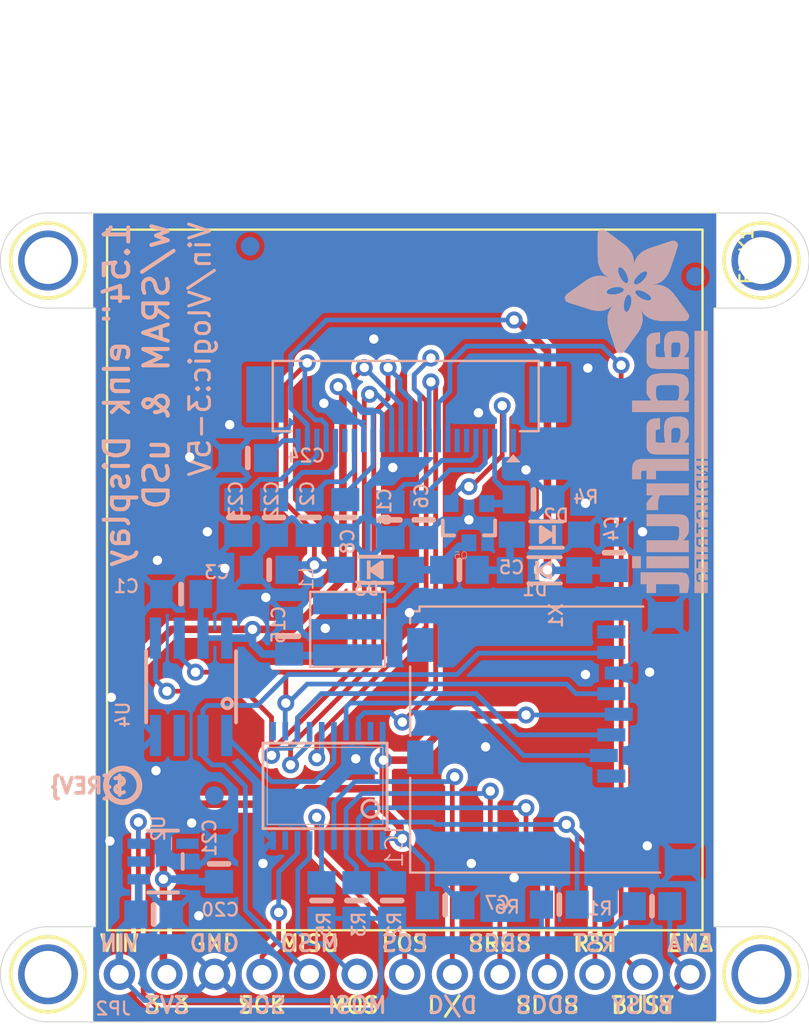
<source format=kicad_pcb>
(kicad_pcb (version 20221018) (generator pcbnew)
  (layers (0 "F.Cu" signal) (31 "B.Cu" signal) (34 "B.Paste" user) (35 "F.Paste" user) (36 "B.SilkS" user "B.Silkscreen") (37 "F.SilkS" user "F.Silkscreen") (38 "B.Mask" user) (39 "F.Mask" user) (44 "Edge.Cuts" user))
  (net 0 "")
  (net 1 "GND")
  (net 2 "3.3V")
  (net 3 "VGH")
  (net 4 "VGL")
  (net 5 "VIN")
  (net 6 "SCLK_3V")
  (net 7 "MOSI_3V")
  (net 8 "DISPCS_3V")
  (net 9 "SRAMCS_3V")
  (net 10 "RESET_3V")
  (net 11 "MISO")
  (net 12 "BUSY")
  (net 13 "RESET")
  (net 14 "SCLK")
  (net 15 "DISPCS")
  (net 16 "SRAMCS")
  (net 17 "SDCS_3V")
  (net 18 "SDCS")
  (net 19 "GDR")
  (net 20 "RESE")
  (net 21 "N$4")
  (net 22 "N$5")
  (net 23 "N$6")
  (net 24 "N$27")
  (net 25 "N$33")
  (net 26 "DC_3V")
  (net 27 "N$2")
  (net 28 "N$3")
  (net 29 "DC")
  (net 30 "MOSI")
  (net 31 "TSCL")
  (net 32 "TSDA")
  (net 33 "ENABLE")
  (net 34 "N$9")
  (footprint "working:MOUNTINGHOLE_2.5_PLATED" (layer "F.Cu") (at 167.5511 85.9536)
    (fp_text reference "U$6" hide)
    (fp_text value "MOUNTINGHOLE2.5" hide)
  )
  (footprint "working:MOUNTINGHOLE_2.5_PLATED" (layer "F.Cu") (at 129.4511 124.0536)
    (fp_text reference "U$3" hide)
    (fp_text value "MOUNTINGHOLE2.5" hide)
  )
  (footprint "working:EINK_154IN" (layer "F.Cu") (at 162.3041 92.0026 -90)
    (fp_text reference "EINK1")
    (fp_text value "EINK_EPD0231EINK_154IN_200X200")
  )
  (footprint "working:MOUNTINGHOLE_2.5_PLATED" (layer "F.Cu") (at 167.5511 124.0536)
    (fp_text reference "U$4" hide)
    (fp_text value "MOUNTINGHOLE2.5" hide)
  )
  (footprint "working:MOUNTINGHOLE_2.5_PLATED" (layer "F.Cu") (at 129.4511 85.9536)
    (fp_text reference "U$5" hide)
    (fp_text value "MOUNTINGHOLE2.5" hide)
  )
  (footprint "working:1X13_ROUND_70" (layer "B.Cu") (at 148.5011 124.0536)
    (fp_text reference "JP2")
    (fp_text value "")
  )
  (footprint "working:0805-NO" (layer "B.Cu") (at 145.3261 99.6696 -90)
    (fp_text reference "C8")
    (fp_text value "1uF")
  )
  (footprint "working:0805-NO" (layer "B.Cu") (at 141.2621 102.4636 180)
    (fp_text reference "C3")
    (fp_text value "1uF/25V")
  )
  (footprint "working:0805-NO" (layer "B.Cu") (at 135.0911 120.8616)
    (fp_text reference "C20")
    (fp_text value "10µF")
  )
  (footprint "working:TSSOP20" (layer "B.Cu") (at 144.2447 113.9952 180)
    (fp_text reference "IC1")
    (fp_text value "74LVC245PW")
  )
  (footprint "working:0805-NO" (layer "B.Cu") (at 141.5161 99.6696 90)
    (fp_text reference "C22")
    (fp_text value "1uF/25V")
  )
  (footprint "working:SOD-123" (layer "B.Cu") (at 156.0703 100.584 180)
    (fp_text reference "D2")
    (fp_text value "MBR0530")
  )
  (footprint "working:0805-NO" (layer "B.Cu") (at 161.7091 120.4176 180)
    (fp_text reference "R1")
    (fp_text value "100K")
  )
  (footprint "working:FIDUCIAL_1MM" (layer "B.Cu") (at 138.3321 114.5166 90)
    (fp_text reference "FID2" hide)
    (fp_text value "FIDUCIAL_1MM" hide)
  )
  (footprint "working:0805-NO" (layer "B.Cu") (at 139.6111 99.6696 90)
    (fp_text reference "C23")
    (fp_text value "1uF/25V")
  )
  (footprint "working:FIDUCIAL_1MM" (layer "B.Cu") (at 140.2461 85.1916 180)
    (fp_text reference "FID3" hide)
    (fp_text value "FIDUCIAL_1MM" hide)
  )
  (footprint "working:SOD-123" (layer "B.Cu") (at 146.9771 102.4636)
    (fp_text reference "D3")
    (fp_text value "MBR0530")
  )
  (footprint "working:FIDUCIAL_1MM" (layer "B.Cu") (at 164.0271 86.8106 180)
    (fp_text reference "FID1" hide)
    (fp_text value "FIDUCIAL_1MM" hide)
  )
  (footprint "working:0805-NO" (layer "B.Cu") (at 142.3249 106.0078 -90)
    (fp_text reference "C15")
    (fp_text value "10uF/10V+")
  )
  (footprint "working:0805_10MGAP" (layer "B.Cu") (at 155.3845 98.7044)
    (fp_text reference "R4")
    (fp_text value "0.47ohm")
  )
  (footprint "working:SOT23-3" (layer "B.Cu") (at 151.9301 99.9236)
    (fp_text reference "Q5")
    (fp_text value "IRLML0100")
  )
  (footprint "working:SOT23-5" (layer "B.Cu") (at 135.5931 118.0326 90)
    (fp_text reference "U2")
    (fp_text value "MIC5225-3.3")
  )
  (footprint "working:INDUCTOR_4X4MM_NR401" (layer "B.Cu") (at 145.4531 105.6386 -90)
    (fp_text reference "L1")
    (fp_text value "10uH")
  )
  (footprint "working:0805-NO" (layer "B.Cu") (at 145.9211 120.1166 -90)
    (fp_text reference "R3")
    (fp_text value "100K")
  )
  (footprint "working:0805-NO" (layer "B.Cu") (at 143.4211 99.6696 90)
    (fp_text reference "C2")
    (fp_text value "1uF/10V")
  )
  (footprint "working:PCBFEAT-REV-040" (layer "B.Cu") (at 133.4371 113.9676 180)
    (fp_text reference "U$9" hide)
    (fp_text value "" hide)
  )
  (footprint "working:0805-NO" (layer "B.Cu") (at 144.0561 120.1166 -90)
    (fp_text reference "R5")
    (fp_text value "100K")
  )
  (footprint "working:0805_10MGAP" (layer "B.Cu") (at 136.5539 103.7602 180)
    (fp_text reference "C1")
    (fp_text value "1uF")
  )
  (footprint "working:0805-NO" (layer "B.Cu") (at 156.7561 120.3306 180)
    (fp_text reference "R6")
    (fp_text value "100K")
  )
  (footprint "working:0805-NO" (layer "B.Cu") (at 149.5171 99.7966 90)
    (fp_text reference "C6")
    (fp_text value "1uF/10V")
  )
  (footprint "working:ADAFRUIT_TEXT_20MM" (layer "B.Cu") (at 164.6751 84.1286 -90)
    (fp_text reference "U$28" hide)
    (fp_text value "" hide)
  )
  (footprint "working:0805-NO" (layer "B.Cu") (at 147.8261 120.1166 -90)
    (fp_text reference "R2")
    (fp_text value "100K")
  )
  (footprint "working:0805-NO" (layer "B.Cu") (at 140.1191 96.4946)
    (fp_text reference "C24")
    (fp_text value "1uF/6V")
  )
  (footprint "working:0805-NO" (layer "B.Cu") (at 138.5851 118.1596 90)
    (fp_text reference "C21")
    (fp_text value "10µF")
  )
  (footprint "working:SOIC8_150MIL" (layer "B.Cu") (at 137.0921 108.7066 180)
    (fp_text reference "U4")
    (fp_text value "23K640-I/SN")
  )
  (footprint "working:0805-NO" (layer "B.Cu") (at 147.7391 99.7966 90)
    (fp_text reference "C16")
    (fp_text value "1uF/25V")
  )
  (footprint "working:0805-NO" (layer "B.Cu") (at 159.6771 101.5492 90)
    (fp_text reference "C4")
    (fp_text value "1uF/25V")
  )
  (footprint "working:0805-NO" (layer "B.Cu") (at 151.4221 102.4636)
    (fp_text reference "C5")
    (fp_text value "4.7uF/25V")
  )
  (footprint "working:0805-NO" (layer "B.Cu") (at 150.6601 120.3706)
    (fp_text reference "C7")
    (fp_text value "1uF")
  )
  (footprint "working:SOD-123" (layer "B.Cu") (at 155.9687 102.489)
    (fp_text reference "D1")
    (fp_text value "MBR0530")
  )
  (footprint "working:MICROSD" (layer "B.Cu") (at 148.8911 104.4732 -90)
    (fp_text reference "X1")
    (fp_text value "MICROSD")
  )
  (gr_arc (start 167.5511 83.4136) (mid 169.347151 84.157549) (end 170.0911 85.9536) (stroke (width 0.05)) (layer "Edge.Cuts"))
  (gr_arc (start 129.4511 126.5936) (mid 127.655049 125.849651) (end 126.911101 124.053599) (stroke (width 0.05)) (layer "Edge.Cuts"))
  (gr_line (start 131.9911 121.5136) (end 129.4511 121.5136) (stroke (width 0.05)) (layer "Edge.Cuts"))
  (gr_line (start 167.5511 88.4936) (end 165.0111 88.4936) (stroke (width 0.05)) (layer "Edge.Cuts"))
  (gr_arc (start 126.9111 85.9536) (mid 127.655049 84.157548) (end 129.451101 83.413599) (stroke (width 0.05)) (layer "Edge.Cuts"))
  (gr_arc (start 126.911101 124.053601) (mid 127.655049 122.257549) (end 129.4511 121.5136) (stroke (width 0.05)) (layer "Edge.Cuts"))
  (gr_line (start 129.4511 83.4136) (end 167.5511 83.4136) (stroke (width 0.05)) (layer "Edge.Cuts"))
  (gr_arc (start 170.0911 124.0536) (mid 169.347151 125.849651) (end 167.5511 126.5936) (stroke (width 0.05)) (layer "Edge.Cuts"))
  (gr_line (start 167.5511 121.5136) (end 165.0111 121.5136) (stroke (width 0.05)) (layer "Edge.Cuts"))
  (gr_line (start 131.9911 88.4936) (end 131.9911 121.5136) (stroke (width 0.05)) (layer "Edge.Cuts"))
  (gr_arc (start 170.0911 85.9536) (mid 169.347151 87.749651) (end 167.5511 88.4936) (stroke (width 0.05)) (layer "Edge.Cuts"))
  (gr_line (start 167.5511 126.5936) (end 129.4511 126.5936) (stroke (width 0.05)) (layer "Edge.Cuts"))
  (gr_arc (start 129.4511 88.4936) (mid 127.655049 87.749651) (end 126.911101 85.953599) (stroke (width 0.05)) (layer "Edge.Cuts"))
  (gr_line (start 165.0111 121.5136) (end 165.0111 88.4936) (stroke (width 0.05)) (layer "Edge.Cuts"))
  (gr_line (start 131.9911 88.4936) (end 129.4511 88.4936) (stroke (width 0.05)) (layer "Edge.Cuts"))
  (gr_arc (start 167.5511 121.5136) (mid 169.347151 122.257549) (end 170.0911 124.0536) (stroke (width 0.05)) (layer "Edge.Cuts"))
  (gr_text "SRCS" (at 153.5811 122.4026) (layer "B.SilkS") (effects (font (size 0.8636 0.8636) (thickness 0.1524)) (justify mirror)))
  (gr_text "D/C" (at 151.0411 125.7046) (layer "B.SilkS") (effects (font (size 0.8636 0.8636) (thickness 0.1524)) (justify mirror)))
  (gr_text "BUSY" (at 161.2011 125.7046) (layer "B.SilkS") (effects (font (size 0.8636 0.8636) (thickness 0.1524)) (justify mirror)))
  (gr_text "VIN" (at 133.2611 122.4026) (layer "B.SilkS") (effects (font (size 0.8636 0.8636) (thickness 0.1524)) (justify mirror)))
  (gr_text "MISO" (at 143.4211 122.4026) (layer "B.SilkS") (effects (font (size 0.8636 0.8636) (thickness 0.1524)) (justify mirror)))
  (gr_text "3V3" (at 135.8011 125.7046) (layer "B.SilkS") (effects (font (size 0.8636 0.8636) (thickness 0.1524)) (justify mirror)))
  (gr_text "1.54\" eInk Display\nw/SRAM & uSD" (at 132.3721 83.7946 -270) (layer "B.SilkS") (effects (font (size 1.31064 1.31064) (thickness 0.21336)) (justify left top mirror)))
  (gr_text "Vin/Vlogic:3-5V" (at 138.2141 83.7946 -270) (layer "B.SilkS") (effects (font (size 1.1049 1.1049) (thickness 0.1651)) (justify left bottom mirror)))
  (gr_text "GND" (at 138.3411 122.4026) (layer "B.SilkS") (effects (font (size 0.8636 0.8636) (thickness 0.1524)) (justify mirror)))
  (gr_text "RST" (at 158.6611 122.4026) (layer "B.SilkS") (effects (font (size 0.8636 0.8636) (thickness 0.1524)) (justify mirror)))
  (gr_text "MOSI" (at 145.9611 125.7046) (layer "B.SilkS") (effects (font (size 0.8636 0.8636) (thickness 0.1524)) (justify mirror)))
  (gr_text "SCK" (at 140.8811 125.7046) (layer "B.SilkS") (effects (font (size 0.8636 0.8636) (thickness 0.1524)) (justify mirror)))
  (gr_text "ENA" (at 163.7411 122.4026) (layer "B.SilkS") (effects (font (size 0.8636 0.8636) (thickness 0.1524)) (justify mirror)))
  (gr_text "ECS" (at 148.5011 122.4026) (layer "B.SilkS") (effects (font (size 0.8636 0.8636) (thickness 0.1524)) (justify mirror)))
  (gr_text "SDCS" (at 156.1211 125.7046) (layer "B.SilkS") (effects (font (size 0.8636 0.8636) (thickness 0.1524)) (justify mirror)))
  (gr_text "RST" (at 158.6611 122.4026) (layer "F.SilkS") (effects (font (size 0.8636 0.8636) (thickness 0.1524))))
  (gr_text "ENA" (at 163.7411 122.4026) (layer "F.SilkS") (effects (font (size 0.8636 0.8636) (thickness 0.1524))))
  (gr_text "MOSI" (at 145.9611 125.7046) (layer "F.SilkS") (effects (font (size 0.8636 0.8636) (thickness 0.1524))))
  (gr_text "3V3" (at 135.8011 125.7046) (layer "F.SilkS") (effects (font (size 0.8636 0.8636) (thickness 0.1524))))
  (gr_text "D/C" (at 151.0411 125.7046) (layer "F.SilkS") (effects (font (size 0.8636 0.8636) (thickness 0.1524))))
  (gr_text "BUSY" (at 161.2011 125.7046) (layer "F.SilkS") (effects (font (size 0.8636 0.8636) (thickness 0.1524))))
  (gr_text "SRCS" (at 153.5811 122.4026) (layer "F.SilkS") (effects (font (size 0.8636 0.8636) (thickness 0.1524))))
  (gr_text "GND" (at 138.3411 122.4026) (layer "F.SilkS") (effects (font (size 0.8636 0.8636) (thickness 0.1524))))
  (gr_text "ECS" (at 148.5011 122.4026) (layer "F.SilkS") (effects (font (size 0.8636 0.8636) (thickness 0.1524))))
  (gr_text "SDCS" (at 156.1211 125.7046) (layer "F.SilkS") (effects (font (size 0.8636 0.8636) (thickness 0.1524))))
  (gr_text "SCK" (at 140.8811 125.7046) (layer "F.SilkS") (effects (font (size 0.8636 0.8636) (thickness 0.1524))))
  (gr_text "VIN" (at 133.2611 122.4026) (layer "F.SilkS") (effects (font (size 0.8636 0.8636) (thickness 0.1524))))
  (gr_text "MISO" (at 143.4211 122.4026) (layer "F.SilkS") (effects (font (size 0.8636 0.8636) (thickness 0.1524))))
  (via (at 139.1539 94.7166) (size 0.9064) (drill 0.5) (layers "F.Cu" "B.Cu") (net 1))
  (via (at 158.1531 108.0516) (size 0.9064) (drill 0.5) (layers "F.Cu" "B.Cu") (net 1))
  (via (at 158.1531 98.9076) (size 0.9064) (drill 0.5) (layers "F.Cu" "B.Cu") (net 1))
  (via (at 148.7551 104.7496) (size 0.9064) (drill 0.5) (layers "F.Cu" "B.Cu") (net 1))
  (via (at 137.0203 96.4438) (size 0.9064) (drill 0.5) (layers "F.Cu" "B.Cu") (net 1))
  (via (at 138.8999 102.3874) (size 0.9064) (drill 0.5) (layers "F.Cu" "B.Cu") (net 1))
  (via (at 151.9301 99.7966) (size 0.9064) (drill 0.5) (layers "F.Cu" "B.Cu") (net 1))
  (via (at 152.4381 94.0816) (size 0.9064) (drill 0.5) (layers "F.Cu" "B.Cu") (net 1))
  (via (at 135.2169 113.1824) (size 0.9064) (drill 0.5) (layers "F.Cu" "B.Cu") (net 1))
  (via (at 132.7531 116.9416) (size 0.9064) (drill 0.5) (layers "F.Cu" "B.Cu") (net 1))
  (via (at 152.8191 111.9124) (size 0.9064) (drill 0.5) (layers "F.Cu" "B.Cu") (net 1))
  (via (at 137.5029 120.9294) (size 0.9064) (drill 0.5) (layers "F.Cu" "B.Cu") (net 1))
  (via (at 137.9601 100.4316) (size 0.9064) (drill 0.5) (layers "F.Cu" "B.Cu") (net 1))
  (via (at 135.2931 101.9556) (size 0.9064) (drill 0.5) (layers "F.Cu" "B.Cu") (net 1))
  (via (at 154.3431 118.8974) (size 0.9064) (drill 0.5) (layers "F.Cu" "B.Cu") (net 1))
  (via (at 158.2801 91.694) (size 0.9064) (drill 0.5) (layers "F.Cu" "B.Cu") (net 1))
  (via (at 147.8661 97.0026) (size 0.9064) (drill 0.5) (layers "F.Cu" "B.Cu") (net 1))
  (via (at 144.1831 93.5736) (size 0.9064) (drill 0.5) (layers "F.Cu" "B.Cu") (net 1))
  (via (at 146.8501 90.1446) (size 0.9064) (drill 0.5) (layers "F.Cu" "B.Cu") (net 1))
  (via (at 145.8849 112.5474) (size 0.9064) (drill 0.5) (layers "F.Cu" "B.Cu") (net 1))
  (via (at 137.1219 115.9764) (size 0.9064) (drill 0.5) (layers "F.Cu" "B.Cu") (net 1))
  (via (at 152.0571 118.1354) (size 0.9064) (drill 0.5) (layers "F.Cu" "B.Cu") (net 1))
  (via (at 141.0843 103.9368) (size 0.9064) (drill 0.5) (layers "F.Cu" "B.Cu") (net 1))
  (via (at 161.2011 100.4316) (size 0.9064) (drill 0.5) (layers "F.Cu" "B.Cu") (net 1))
  (via (at 140.9319 118.1354) (size 0.9064) (drill 0.5) (layers "F.Cu" "B.Cu") (net 1))
  (via (at 144.2593 105.5878) (size 0.9064) (drill 0.5) (layers "F.Cu" "B.Cu") (net 1))
  (via (at 161.5821 107.9246) (size 0.9064) (drill 0.5) (layers "F.Cu" "B.Cu") (net 1))
  (via (at 161.4551 117.1956) (size 0.9064) (drill 0.5) (layers "F.Cu" "B.Cu") (net 1))
  (via (at 154.9781 97.1296) (size 0.9064) (drill 0.5) (layers "F.Cu" "B.Cu") (net 1))
  (via (at 132.8293 109.2708) (size 0.9064) (drill 0.5) (layers "F.Cu" "B.Cu") (net 1))
  (segment (start 146.3041 95.5626) (end 146.3041 94.8056) (width 0.254) (layer "B.Cu") (net 1))
  (segment (start 150.8041 95.5626) (end 150.8041 94.5726) (width 0.254) (layer "B.Cu") (net 1))
  (segment (start 140.3121 102.0166) (end 141.1351 101.1936) (width 0.4064) (layer "B.Cu") (net 1))
  (segment (start 146.0881 94.5896) (end 145.3261 94.5896) (width 0.254) (layer "B.Cu") (net 1))
  (segment (start 141.1351 101.1936) (end 141.1351 100.8126) (width 0.4064) (layer "B.Cu") (net 1))
  (segment (start 140.3121 102.4636) (end 140.3121 102.0166) (width 0.4064) (layer "B.Cu") (net 1))
  (segment (start 145.3261 94.5896) (end 144.3101 93.5736) (width 0.254) (layer "B.Cu") (net 1))
  (segment (start 150.8041 94.5726) (end 151.1681 94.2086) (width 0.254) (layer "B.Cu") (net 1))
  (segment (start 146.3041 94.8056) (end 146.0881 94.5896) (width 0.254) (layer "B.Cu") (net 1))
  (segment (start 144.3101 93.5736) (end 144.1831 93.5736) (width 0.254) (layer "B.Cu") (net 1))
  (segment (start 135.6106 114.9731) (end 142.4686 114.9731) (width 0.4064) (layer "F.Cu") (net 2))
  (segment (start 145.1991 102.9716) (end 145.1991 92.9386) (width 0.4064) (layer "F.Cu") (net 2))
  (segment (start 140.3731 105.6386) (end 142.5321 105.6386) (width 0.4064) (layer "F.Cu") (net 2))
  (segment (start 136.0551 105.6386) (end 140.3731 105.6386) (width 0.4064) (layer "F.Cu") (net 2))
  (segment (start 148.8821 112.6236) (end 147.3581 112.6236) (width 0.4064) (layer "F.Cu") (net 2))
  (segment (start 134.0231 107.6706) (end 136.0551 105.6386) (width 0.4064) (layer "F.Cu") (net 2))
  (segment (start 142.4686 114.9731) (end 143.2941 114.1476) (width 0.4064) (layer "F.Cu") (net 2))
  (segment (start 151.2951 110.2106) (end 154.9781 110.2106) (width 0.4064) (layer "F.Cu") (net 2))
  (segment (start 145.1991 92.9386) (end 144.9451 92.6846) (width 0.4064) (layer "F.Cu") (net 2))
  (segment (start 147.3581 115.2906) (end 147.3581 114.1476) (width 0.4064) (layer "F.Cu") (net 2))
  (segment (start 135.8011 124.0536) (end 135.6106 123.8631) (width 0.4064) (layer "F.Cu") (net 2))
  (segment (start 135.6106 123.8631) (end 135.6106 118.9736) (width 0.4064) (layer "F.Cu") (net 2))
  (segment (start 135.6106 114.9731) (end 134.0231 113.3856) (width 0.4064) (layer "F.Cu") (net 2))
  (segment (start 148.2471 116.1796) (end 147.3581 115.2906) (width 0.4064) (layer "F.Cu") (net 2))
  (segment (start 135.6106 118.9736) (end 135.6106 114.9731) (width 0.4064) (layer "F.Cu") (net 2))
  (segment (start 134.0231 113.3856) (end 134.0231 107.6706) (width 0.4064) (layer "F.Cu") (net 2))
  (segment (start 143.2941 114.1476) (end 147.3581 114.1476) (width 0.4064) (layer "F.Cu") (net 2))
  (segment (start 148.2471 116.6876) (end 148.2471 116.1796) (width 0.4064) (layer "F.Cu") (net 2))
  (segment (start 151.2951 110.2106) (end 148.8821 112.6236) (width 0.4064) (layer "F.Cu") (net 2))
  (segment (start 142.5321 105.6386) (end 145.1991 102.9716) (width 0.4064) (layer "F.Cu") (net 2))
  (segment (start 148.3741 116.8146) (end 148.2471 116.6876) (width 0.4064) (layer "F.Cu") (net 2))
  (segment (start 147.3581 114.1476) (end 147.3581 112.6236) (width 0.4064) (layer "F.Cu") (net 2))
  (via (at 154.9781 110.2106) (size 0.9064) (drill 0.5) (layers "F.Cu" "B.Cu") (net 2))
  (via (at 147.3581 112.6236) (size 0.9064) (drill 0.5) (layers "F.Cu" "B.Cu") (net 2))
  (via (at 144.9451 92.6846) (size 0.9064) (drill 0.5) (layers "F.Cu" "B.Cu") (net 2))
  (via (at 135.6106 118.9736) (size 0.9064) (drill 0.5) (layers "F.Cu" "B.Cu") (net 2))
  (via (at 148.3741 116.8146) (size 0.9064) (drill 0.5) (layers "F.Cu" "B.Cu") (net 2))
  (via (at 140.3731 105.6386) (size 0.9064) (drill 0.5) (layers "F.Cu" "B.Cu") (net 2))
  (segment (start 159.9311 110.1732) (end 159.9311 110.2106) (width 0.254) (layer "B.Cu") (net 2))
  (segment (start 146.8041 95.5626) (end 146.8041 96.9216) (width 0.254) (layer "B.Cu") (net 2))
  (segment (start 137.6039 105.9834) (end 137.6039 103.7602) (width 0.3048) (layer "B.Cu") (net 2))
  (segment (start 145.3261 98.3996) (end 145.3261 98.7196) (width 0.254) (layer "B.Cu") (net 2))
  (segment (start 140.3331 106.1066) (end 140.3731 106.1466) (width 0.4064) (layer "B.Cu") (net 2))
  (segment (start 137.0202 119.1096) (end 136.8932 118.9826) (width 0.4064) (layer "B.Cu") (net 2))
  (segment (start 142.3249 106.9578) (end 140.9303 106.9578) (width 0.4064) (layer "B.Cu") (net 2))
  (segment (start 142.4057 107.0386) (end 142.3249 106.9578) (width 0.4064) (layer "B.Cu") (net 2))
  (segment (start 146.8041 96.9216) (end 145.3261 98.3996) (width 0.254) (layer "B.Cu") (net 2))
  (segment (start 138.9971 106.1066) (end 140.3331 106.1066) (width 0.4064) (layer "B.Cu") (net 2))
  (segment (start 147.3041 94.1546) (end 147.3041 95.5626) (width 0.254) (layer "B.Cu") (net 2))
  (segment (start 147.4181 116.8146) (end 148.3741 116.8146) (width 0.254) (layer "B.Cu") (net 2))
  (segment (start 147.3197 116.913) (end 147.4181 116.8146) (width 0.254) (layer "B.Cu") (net 2))
  (segment (start 140.3731 106.1466) (end 140.3731 105.6386) (width 0.4064) (layer "B.Cu") (net 2))
  (segment (start 144.9451 92.6496) (end 144.9451 92.6846) (width 0.4064) (layer "B.Cu") (net 2))
  (segment (start 147.3041 94.1546) (end 147.1501 94.0006) (width 0.254) (layer "B.Cu") (net 2))
  (segment (start 138.9971 106.1066) (end 137.7271 106.1066) (width 0.3048) (layer "B.Cu") (net 2))
  (segment (start 137.7271 106.1066) (end 137.6039 105.9834) (width 0.3048) (layer "B.Cu") (net 2))
  (segment (start 140.9303 106.9578) (end 140.3731 106.4006) (width 0.4064) (layer "B.Cu") (net 2))
  (segment (start 145.4531 107.0386) (end 142.4057 107.0386) (width 0.4064) (layer "B.Cu") (net 2))
  (segment (start 136.8932 118.9826) (end 136.8842 118.9736) (width 0.4064) (layer "B.Cu") (net 2))
  (segment (start 149.7101 118.1506) (end 148.3741 116.8146) (width 0.254) (layer "B.Cu") (net 2))
  (segment (start 146.8041 95.5626) (end 146.8041 94.0006) (width 0.254) (layer "B.Cu") (net 2))
  (segment (start 147.3197 112.6236) (end 147.3581 112.6236) (width 0.3048) (layer "B.Cu") (net 2))
  (segment (start 138.5851 119.1096) (end 137.0202 119.1096) (width 0.4064) (layer "B.Cu") (net 2))
  (segment (start 147.3197 111.0774) (end 147.3197 112.6236) (width 0.3048) (layer "B.Cu") (net 2))
  (segment (start 147.1501 94.0006) (end 146.8041 94.0006) (width 0.254) (layer "B.Cu") (net 2))
  (segment (start 136.8842 118.9736) (end 135.6106 118.9736) (width 0.4064) (layer "B.Cu") (net 2))
  (segment (start 146.2611 94.0006) (end 144.9451 92.6846) (width 0.4064) (layer "B.Cu") (net 2))
  (segment (start 159.9311 110.2106) (end 154.9781 110.2106) (width 0.254) (layer "B.Cu") (net 2))
  (segment (start 146.8041 94.0006) (end 146.2611 94.0006) (width 0.4064) (layer "B.Cu") (net 2))
  (segment (start 149.7101 120.3706) (end 149.7101 118.1506) (width 0.254) (layer "B.Cu") (net 2))
  (segment (start 140.3731 106.4006) (end 140.3731 106.1466) (width 0.4064) (layer "B.Cu") (net 2))
  (segment (start 143.6751 100.4316) (end 142.1511 98.9076) (width 0.254) (layer "F.Cu") (net 3))
  (segment (start 142.1511 92.5576) (end 143.2941 91.4146) (width 0.254) (layer "F.Cu") (net 3))
  (segment (start 143.6751 102.2096) (end 143.6751 100.4316) (width 0.254) (layer "F.Cu") (net 3))
  (segment (start 142.1511 98.9076) (end 142.1511 92.5576) (width 0.254) (layer "F.Cu") (net 3))
  (via (at 143.6751 102.2096) (size 0.9064) (drill 0.5) (layers "F.Cu" "B.Cu") (net 3))
  (via (at 143.2941 91.4146) (size 0.9064) (drill 0.5) (layers "F.Cu" "B.Cu") (net 3))
  (segment (start 142.4051 102.3366) (end 142.5321 102.2096) (width 0.4064) (layer "B.Cu") (net 3))
  (segment (start 144.5641 102.2096) (end 143.6751 102.2096) (width 0.4064) (layer "B.Cu") (net 3))
  (segment (start 144.3041 95.5626) (end 144.3041 94.7106) (width 0.254) (layer "B.Cu") (net 3))
  (segment (start 145.1271 102.4636) (end 144.8181 102.4636) (width 0.4064) (layer "B.Cu") (net 3))
  (segment (start 142.2121 102.4636) (end 142.2121 102.3366) (width 0.4064) (layer "B.Cu") (net 3))
  (segment (start 144.8181 102.4636) (end 144.5641 102.2096) (width 0.4064) (layer "B.Cu") (net 3))
  (segment (start 142.2121 102.3366) (end 142.4051 102.3366) (width 0.4064) (layer "B.Cu") (net 3))
  (segment (start 144.3041 94.7106) (end 144.0561 94.4626) (width 0.254) (layer "B.Cu") (net 3))
  (segment (start 144.0561 94.4626) (end 143.7259 94.4626) (width 0.254) (layer "B.Cu") (net 3))
  (segment (start 143.7259 94.4626) (end 143.1671 93.9038) (width 0.254) (layer "B.Cu") (net 3))
  (segment (start 143.1671 91.7956) (end 143.2941 91.6686) (width 0.254) (layer "B.Cu") (net 3))
  (segment (start 142.5321 102.2096) (end 143.6751 102.2096) (width 0.4064) (layer "B.Cu") (net 3))
  (segment (start 143.1671 93.9038) (end 143.1671 91.7956) (width 0.254) (layer "B.Cu") (net 3))
  (segment (start 143.2941 91.6686) (end 143.2941 91.4146) (width 0.254) (layer "B.Cu") (net 3))
  (segment (start 156.1211 90.7796) (end 154.4701 89.1286) (width 0.4064) (layer "F.Cu") (net 4))
  (segment (start 156.1211 102.4636) (end 156.1211 90.7796) (width 0.4064) (layer "F.Cu") (net 4))
  (segment (start 154.3431 89.1286) (end 154.4701 89.1286) (width 0.254) (layer "F.Cu") (net 4))
  (via (at 154.3431 89.1286) (size 0.9064) (drill 0.5) (layers "F.Cu" "B.Cu") (net 4))
  (via (at 156.1211 102.4636) (size 0.9064) (drill 0.5) (layers "F.Cu" "B.Cu") (net 4))
  (segment (start 142.4151 93.8376) (end 142.4151 91.0236) (width 0.254) (layer "B.Cu") (net 4))
  (segment (start 157.8289 102.4992) (end 157.8187 102.489) (width 0.4064) (layer "B.Cu") (net 4))
  (segment (start 142.4151 91.0236) (end 144.3101 89.1286) (width 0.254) (layer "B.Cu") (net 4))
  (segment (start 156.1465 102.489) (end 156.1211 102.4636) (width 0.4064) (layer "B.Cu") (net 4))
  (segment (start 144.3101 89.1286) (end 154.3431 89.1286) (width 0.254) (layer "B.Cu") (net 4))
  (segment (start 157.8187 102.489) (end 156.1465 102.489) (width 0.4064) (layer "B.Cu") (net 4))
  (segment (start 143.3041 94.7266) (end 142.4151 93.8376) (width 0.254) (layer "B.Cu") (net 4))
  (segment (start 143.3041 95.5626) (end 143.3041 94.7266) (width 0.254) (layer "B.Cu") (net 4))
  (segment (start 159.6771 102.4992) (end 157.8289 102.4992) (width 0.4064) (layer "B.Cu") (net 4))
  (segment (start 134.5946 125.4506) (end 133.2611 124.1171) (width 0.254) (layer "B.Cu") (net 5))
  (segment (start 133.2611 124.1171) (end 133.2611 124.0536) (width 0.254) (layer "B.Cu") (net 5))
  (segment (start 147.2311 121.1936) (end 147.1041 121.0666) (width 0.254) (layer "B.Cu") (net 5))
  (segment (start 134.293 120.7097) (end 134.1411 120.8616) (width 0.4064) (layer "B.Cu") (net 5))
  (segment (start 146.8501 125.4506) (end 147.2311 125.0696) (width 0.254) (layer "B.Cu") (net 5))
  (segment (start 147.8261 121.6406) (end 147.8261 121.0666) (width 0.254) (layer "B.Cu") (net 5))
  (segment (start 159.5361 121.6406) (end 160.7591 120.4176) (width 0.254) (layer "B.Cu") (net 5))
  (segment (start 133.2611 121.7416) (end 134.1411 120.8616) (width 0.4064) (layer "B.Cu") (net 5))
  (segment (start 134.293 118.9826) (end 134.293 120.7097) (width 0.4064) (layer "B.Cu") (net 5))
  (segment (start 155.8061 120.3306) (end 155.8061 121.6406) (width 0.254) (layer "B.Cu") (net 5))
  (segment (start 159.5361 121.6406) (end 155.8061 121.6406) (width 0.254) (layer "B.Cu") (net 5))
  (segment (start 147.8261 121.0666) (end 147.1041 121.0666) (width 0.254) (layer "B.Cu") (net 5))
  (segment (start 155.8061 121.6406) (end 147.8261 121.6406) (width 0.254) (layer "B.Cu") (net 5))
  (segment (start 146.8501 125.4506) (end 134.5946 125.4506) (width 0.254) (layer "B.Cu") (net 5))
  (segment (start 145.9211 121.0666) (end 144.0561 121.0666) (width 0.254) (layer "B.Cu") (net 5))
  (segment (start 133.2611 124.0536) (end 133.2611 121.7416) (width 0.4064) (layer "B.Cu") (net 5))
  (segment (start 147.1041 121.0666) (end 145.9211 121.0666) (width 0.254) (layer "B.Cu") (net 5))
  (segment (start 147.2311 125.0696) (end 147.2311 121.1936) (width 0.254) (layer "B.Cu") (net 5))
  (segment (start 144.6911 107.9246) (end 142.1511 107.9246) (width 0.254) (layer "F.Cu") (net 6))
  (segment (start 145.8341 106.7816) (end 145.8341 92.1766) (width 0.254) (layer "F.Cu") (net 6))
  (segment (start 142.1511 109.5756) (end 142.1511 107.9246) (width 0.254) (layer "F.Cu") (net 6))
  (segment (start 145.8341 92.1766) (end 146.3421 91.6686) (width 0.254) (layer "F.Cu") (net 6))
  (segment (start 144.6911 107.9246) (end 145.8341 106.7816) (width 0.254) (layer "F.Cu") (net 6))
  (segment (start 142.1511 107.9246) (end 137.3251 107.9246) (width 0.254) (layer "F.Cu") (net 6))
  (via (at 146.3421 91.6686) (size 0.9064) (drill 0.5) (layers "F.Cu" "B.Cu") (net 6))
  (via (at 142.1511 109.5756) (size 0.9064) (drill 0.5) (layers "F.Cu" "B.Cu") (net 6))
  (via (at 137.3251 107.9246) (size 0.9064) (drill 0.5) (layers "F.Cu" "B.Cu") (net 6))
  (segment (start 143.2941 108.5596) (end 157.1371 108.5596) (width 0.254) (layer "B.Cu") (net 6))
  (segment (start 142.1197 109.607) (end 142.1511 109.5756) (width 0.254) (layer "B.Cu") (net 6))
  (segment (start 157.1371 108.5596) (end 157.6507 109.0732) (width 0.254) (layer "B.Cu") (net 6))
  (segment (start 136.4571 107.0566) (end 136.4571 106.1066) (width 0.254) (layer "B.Cu") (net 6))
  (segment (start 146.3421 91.6686) (end 148.3041 93.6306) (width 0.254) (layer "B.Cu") (net 6))
  (segment (start 142.1197 111.0774) (end 142.1197 109.734) (width 0.254) (layer "B.Cu") (net 6))
  (segment (start 142.1197 109.734) (end 142.1197 109.607) (width 0.254) (layer "B.Cu") (net 6))
  (segment (start 157.6507 109.0732) (end 159.5311 109.0732) (width 0.254) (layer "B.Cu") (net 6))
  (segment (start 142.1197 109.734) (end 143.2941 108.5596) (width 0.254) (layer "B.Cu") (net 6))
  (segment (start 148.3041 93.6306) (end 148.3041 95.5626) (width 0.254) (layer "B.Cu") (net 6))
  (segment (start 137.3251 107.9246) (end 136.4571 107.0566) (width 0.254) (layer "B.Cu") (net 6))
  (segment (start 146.3421 107.1626) (end 146.3421 93.3704) (width 0.254) (layer "F.Cu") (net 7))
  (segment (start 141.3891 112.1156) (end 141.3891 112.3696) (width 0.254) (layer "F.Cu") (net 7))
  (segment (start 139.9921 108.9406) (end 141.3891 110.3376) (width 0.254) (layer "F.Cu") (net 7))
  (segment (start 141.3891 110.3376) (end 141.3891 112.1156) (width 0.254) (layer "F.Cu") (net 7))
  (segment (start 146.3421 107.1626) (end 141.3891 112.1156) (width 0.254) (layer "F.Cu") (net 7))
  (segment (start 146.3421 93.3704) (end 146.6215 93.091) (width 0.254) (layer "F.Cu") (net 7))
  (segment (start 135.8011 108.9406) (end 139.9921 108.9406) (width 0.254) (layer "F.Cu") (net 7))
  (via (at 141.3891 112.3696) (size 0.9064) (drill 0.5) (layers "F.Cu" "B.Cu") (net 7))
  (via (at 135.8011 108.9406) (size 0.9064) (drill 0.5) (layers "F.Cu" "B.Cu") (net 7))
  (via (at 146.6215 93.091) (size 0.9064) (drill 0.5) (layers "F.Cu" "B.Cu") (net 7))
  (segment (start 147.8041 93.8926) (end 147.0025 93.091) (width 0.254) (layer "B.Cu") (net 7))
  (segment (start 159.5311 111.2732) (end 154.5167 111.2732) (width 0.254) (layer "B.Cu") (net 7))
  (segment (start 135.1871 106.1066) (end 135.1871 108.3266) (width 0.254) (layer "B.Cu") (net 7))
  (segment (start 142.7697 111.0774) (end 142.7697 110.354) (width 0.254) (layer "B.Cu") (net 7))
  (segment (start 142.7697 111.624) (end 142.4051 111.9886) (width 0.254) (layer "B.Cu") (net 7))
  (segment (start 144.0561 109.0676) (end 142.7697 110.354) (width 0.254) (layer "B.Cu") (net 7))
  (segment (start 147.8041 93.8926) (end 147.8041 95.5626) (width 0.254) (layer "B.Cu") (net 7))
  (segment (start 152.3111 109.0676) (end 144.0561 109.0676) (width 0.254) (layer "B.Cu") (net 7))
  (segment (start 154.5167 111.2732) (end 152.3111 109.0676) (width 0.254) (layer "B.Cu") (net 7))
  (segment (start 135.1871 108.3266) (end 135.8011 108.9406) (width 0.254) (layer "B.Cu") (net 7))
  (segment (start 141.7701 111.9886) (end 141.3891 112.3696) (width 0.254) (layer "B.Cu") (net 7))
  (segment (start 142.4051 111.9886) (end 141.7701 111.9886) (width 0.254) (layer "B.Cu") (net 7))
  (segment (start 142.7697 111.0774) (end 142.7697 111.624) (width 0.254) (layer "B.Cu") (net 7))
  (segment (start 147.0025 93.091) (end 146.6215 93.091) (width 0.254) (layer "B.Cu") (net 7))
  (segment (start 142.4051 111.8616) (end 142.4051 112.8776) (width 0.254) (layer "F.Cu") (net 8))
  (segment (start 146.8501 107.4166) (end 142.4051 111.8616) (width 0.254) (layer "F.Cu") (net 8))
  (segment (start 147.6121 91.6686) (end 147.6121 93.3196) (width 0.254) (layer "F.Cu") (net 8))
  (segment (start 146.8501 94.0816) (end 146.8501 107.4166) (width 0.254) (layer "F.Cu") (net 8))
  (segment (start 147.6121 93.3196) (end 146.8501 94.0816) (width 0.254) (layer "F.Cu") (net 8))
  (via (at 142.4051 112.8776) (size 0.9064) (drill 0.5) (layers "F.Cu" "B.Cu") (net 8))
  (via (at 147.6121 91.6686) (size 0.9064) (drill 0.5) (layers "F.Cu" "B.Cu") (net 8))
  (segment (start 148.8041 95.5626) (end 148.8041 93.3686) (width 0.254) (layer "B.Cu") (net 8))
  (segment (start 148.2471 92.8116) (end 148.2471 92.3036) (width 0.254) (layer "B.Cu") (net 8))
  (segment (start 143.4197 111.736) (end 143.4197 111.0774) (width 0.254) (layer "B.Cu") (net 8))
  (segment (start 142.4051 112.7506) (end 143.4197 111.736) (width 0.254) (layer "B.Cu") (net 8))
  (segment (start 148.2471 92.3036) (end 147.6121 91.6686) (width 0.254) (layer "B.Cu") (net 8))
  (segment (start 142.4051 112.8776) (end 142.4051 112.7506) (width 0.254) (layer "B.Cu") (net 8))
  (segment (start 147.9151 91.9716) (end 147.6121 91.6686) (width 0.254) (layer "B.Cu") (net 8))
  (segment (start 148.8041 93.3686) (end 148.2471 92.8116) (width 0.254) (layer "B.Cu") (net 8))
  (segment (start 144.7197 111.0774) (end 144.7197 112.722) (width 0.254) (layer "B.Cu") (net 9))
  (segment (start 138.9291 111.3066) (end 138.9971 111.3066) (width 0.254) (layer "B.Cu") (net 9))
  (segment (start 144.7197 112.722) (end 143.6751 113.7666) (width 0.254) (layer "B.Cu") (net 9))
  (segment (start 138.9761 111.3276) (end 138.9971 111.3066) (width 0.254) (layer "B.Cu") (net 9))
  (segment (start 143.6751 113.7666) (end 141.3891 113.7666) (width 0.254) (layer "B.Cu") (net 9))
  (segment (start 141.3891 113.7666) (end 138.9291 111.3066) (width 0.254) (layer "B.Cu") (net 9))
  (segment (start 148.3741 110.5916) (end 150.1521 108.8136) (width 0.254) (layer "F.Cu") (net 10))
  (segment (start 150.1521 92.6846) (end 149.8981 92.4306) (width 0.254) (layer "F.Cu") (net 10))
  (segment (start 150.1521 108.8136) (end 150.1521 92.6846) (width 0.254) (layer "F.Cu") (net 10))
  (via (at 149.8981 92.4306) (size 0.9064) (drill 0.5) (layers "F.Cu" "B.Cu") (net 10))
  (via (at 148.3741 110.5916) (size 0.9064) (drill 0.5) (layers "F.Cu" "B.Cu") (net 10))
  (segment (start 146.0197 110.406) (end 146.3421 110.0836) (width 0.254) (layer "B.Cu") (net 10))
  (segment (start 149.8981 92.4306) (end 149.8041 92.5246) (width 0.254) (layer "B.Cu") (net 10))
  (segment (start 146.0197 111.0774) (end 146.0197 110.406) (width 0.254) (layer "B.Cu") (net 10))
  (segment (start 148.2471 110.5916) (end 148.3741 110.5916) (width 0.254) (layer "B.Cu") (net 10))
  (segment (start 147.7391 110.0836) (end 148.2471 110.5916) (width 0.254) (layer "B.Cu") (net 10))
  (segment (start 146.3421 110.0836) (end 147.7391 110.0836) (width 0.254) (layer "B.Cu") (net 10))
  (segment (start 149.8041 95.5626) (end 149.8041 92.5246) (width 0.254) (layer "B.Cu") (net 10))
  (segment (start 137.7061 109.956599) (end 137.7271 110.0073) (width 0.254) (layer "B.Cu") (net 11))
  (segment (start 137.9601 109.7026) (end 137.7061 109.9566) (width 0.254) (layer "B.Cu") (net 11))
  (segment (start 151.2951 108.0516) (end 152.4381 106.9086) (width 0.254) (layer "B.Cu") (net 11))
  (segment (start 158.7881 106.9086) (end 158.8235 106.8732) (width 0.254) (layer "B.Cu") (net 11))
  (segment (start 139.9921 120.6246) (end 143.4211 124.0536) (width 0.254) (layer "B.Cu") (net 11))
  (segment (start 152.4381 106.9086) (end 158.7881 106.9086) (width 0.254) (layer "B.Cu") (net 11))
  (segment (start 137.7061 109.9566) (end 137.7061 109.956599) (width 0.254) (layer "B.Cu") (net 11))
  (segment (start 138.2141 112.8776) (end 137.7061 112.3696) (width 0.254) (layer "B.Cu") (net 11))
  (segment (start 159.5311 106.8732) (end 158.8235 106.8732) (width 0.254) (layer "B.Cu") (net 11))
  (segment (start 140.6271 109.7026) (end 137.9601 109.7026) (width 0.254) (layer "B.Cu") (net 11))
  (segment (start 137.7061 112.3696) (end 137.7271 112.3189) (width 0.254) (layer "B.Cu") (net 11))
  (segment (start 139.9921 114.0206) (end 138.8491 112.8776) (width 0.254) (layer "B.Cu") (net 11))
  (segment (start 137.7061 112.3696) (end 137.7061 112.3696) (width 0.254) (layer "B.Cu") (net 11))
  (segment (start 142.2781 108.0516) (end 151.2951 108.0516) (width 0.254) (layer "B.Cu") (net 11))
  (segment (start 137.7271 112.3189) (end 137.7271 111.3066) (width 0.254) (layer "B.Cu") (net 11))
  (segment (start 138.8491 112.8776) (end 138.2141 112.8776) (width 0.254) (layer "B.Cu") (net 11))
  (segment (start 137.7271 110.0073) (end 137.7271 111.3066) (width 0.254) (layer "B.Cu") (net 11))
  (segment (start 142.2781 108.0516) (end 140.6271 109.7026) (width 0.254) (layer "B.Cu") (net 11))
  (segment (start 139.9921 114.0206) (end 139.9921 120.6246) (width 0.254) (layer "B.Cu") (net 11))
  (segment (start 160.0581 91.5416) (end 160.0581 122.9741) (width 0.254) (layer "F.Cu") (net 12))
  (segment (start 161.1376 124.0536) (end 161.2011 124.0536) (width 0.254) (layer "F.Cu") (net 12))
  (segment (start 160.0581 122.9741) (end 161.1376 124.0536) (width 0.254) (layer "F.Cu") (net 12))
  (via (at 160.0581 91.5416) (size 0.9064) (drill 0.5) (layers "F.Cu" "B.Cu") (net 12))
  (segment (start 150.9141 91.4146) (end 151.8031 90.5256) (width 0.254) (layer "B.Cu") (net 12))
  (segment (start 150.3041 95.5626) (end 150.3041 93.5486) (width 0.254) (layer "B.Cu") (net 12))
  (segment (start 151.8031 90.5256) (end 159.0421 90.5256) (width 0.254) (layer "B.Cu") (net 12))
  (segment (start 150.3041 93.5486) (end 150.9141 92.9386) (width 0.254) (layer "B.Cu") (net 12))
  (segment (start 150.9141 92.9386) (end 150.9141 91.4146) (width 0.254) (layer "B.Cu") (net 12))
  (segment (start 159.0421 90.5256) (end 160.0581 91.5416) (width 0.254) (layer "B.Cu") (net 12))
  (segment (start 157.1371 116.0526) (end 158.6611 117.5766) (width 0.254) (layer "F.Cu") (net 13))
  (segment (start 158.6611 117.5766) (end 158.6611 124.0536) (width 0.254) (layer "F.Cu") (net 13))
  (via (at 157.1371 116.0526) (size 0.9064) (drill 0.5) (layers "F.Cu" "B.Cu") (net 13))
  (segment (start 146.6697 116.913) (end 146.6697 116.106) (width 0.254) (layer "B.Cu") (net 13))
  (segment (start 150.1521 116.0526) (end 157.1371 116.0526) (width 0.254) (layer "B.Cu") (net 13))
  (segment (start 150.0251 115.9256) (end 150.1521 116.0526) (width 0.254) (layer "B.Cu") (net 13))
  (segment (start 157.7061 116.6216) (end 157.1371 116.0526) (width 0.254) (layer "B.Cu") (net 13))
  (segment (start 146.6697 116.106) (end 146.8501 115.9256) (width 0.254) (layer "B.Cu") (net 13))
  (segment (start 157.7061 120.3306) (end 157.7061 116.6216) (width 0.254) (layer "B.Cu") (net 13))
  (segment (start 146.8501 115.9256) (end 150.0251 115.9256) (width 0.254) (layer "B.Cu") (net 13))
  (segment (start 141.7701 120.7516) (end 141.7701 122.2121) (width 0.254) (layer "F.Cu") (net 14))
  (segment (start 140.8811 123.1011) (end 140.8811 124.0536) (width 0.254) (layer "F.Cu") (net 14))
  (segment (start 141.7701 122.2121) (end 140.8811 123.1011) (width 0.254) (layer "F.Cu") (net 14))
  (via (at 141.7701 120.7516) (size 0.9064) (drill 0.5) (layers "F.Cu" "B.Cu") (net 14))
  (segment (start 141.7701 118.5926) (end 141.7701 120.7516) (width 0.254) (layer "B.Cu") (net 14))
  (segment (start 142.7697 117.593) (end 141.7701 118.5926) (width 0.254) (layer "B.Cu") (net 14))
  (segment (start 142.7697 116.913) (end 142.7697 117.593) (width 0.254) (layer "B.Cu") (net 14))
  (segment (start 148.5011 122.2756) (end 148.5011 124.0536) (width 0.254) (layer "F.Cu") (net 15))
  (segment (start 143.8021 117.5766) (end 148.5011 122.2756) (width 0.254) (layer "F.Cu") (net 15))
  (segment (start 143.8021 115.6716) (end 143.8021 117.5766) (width 0.254) (layer "F.Cu") (net 15))
  (via (at 143.8021 115.6716) (size 0.9064) (drill 0.5) (layers "F.Cu" "B.Cu") (net 15))
  (segment (start 144.0697 116.913) (end 144.0697 115.9392) (width 0.254) (layer "B.Cu") (net 15))
  (segment (start 144.0697 115.9392) (end 143.8021 115.6716) (width 0.254) (layer "B.Cu") (net 15))
  (segment (start 144.0697 116.913) (end 144.0561 116.9266) (width 0.254) (layer "B.Cu") (net 15))
  (segment (start 144.0561 116.9266) (end 144.0561 119.1666) (width 0.254) (layer "B.Cu") (net 15))
  (segment (start 153.5811 124.0536) (end 153.5811 119.8626) (width 0.254) (layer "F.Cu") (net 16))
  (segment (start 153.5811 119.8626) (end 153.0731 119.3546) (width 0.254) (layer "F.Cu") (net 16))
  (segment (start 153.0731 119.3546) (end 153.0731 114.2746) (width 0.254) (layer "F.Cu") (net 16))
  (via (at 153.0731 114.2746) (size 0.9064) (drill 0.5) (layers "F.Cu" "B.Cu") (net 16))
  (segment (start 145.9211 118.2986) (end 145.9211 119.1666) (width 0.254) (layer "B.Cu") (net 16))
  (segment (start 145.3697 116.913) (end 145.3697 117.7472) (width 0.254) (layer "B.Cu") (net 16))
  (segment (start 145.3697 115.247) (end 146.2151 114.4016) (width 0.254) (layer "B.Cu") (net 16))
  (segment (start 145.3697 116.913) (end 145.3697 115.247) (width 0.254) (layer "B.Cu") (net 16))
  (segment (start 146.2151 114.4016) (end 152.9461 114.4016) (width 0.254) (layer "B.Cu") (net 16))
  (segment (start 152.9461 114.4016) (end 153.0731 114.2746) (width 0.254) (layer "B.Cu") (net 16))
  (segment (start 145.3697 117.7472) (end 145.9211 118.2986) (width 0.254) (layer "B.Cu") (net 16))
  (segment (start 145.3697 111.0774) (end 145.3697 109.786) (width 0.254) (layer "B.Cu") (net 17))
  (segment (start 152.0571 109.5756) (end 154.8547 112.3732) (width 0.254) (layer "B.Cu") (net 17))
  (segment (start 145.3697 109.786) (end 145.5801 109.5756) (width 0.254) (layer "B.Cu") (net 17))
  (segment (start 152.0571 109.5756) (end 145.5801 109.5756) (width 0.254) (layer "B.Cu") (net 17))
  (segment (start 154.8547 112.3732) (end 159.1311 112.3732) (width 0.254) (layer "B.Cu") (net 17))
  (segment (start 156.1211 118.7196) (end 154.9781 117.5766) (width 0.254) (layer "F.Cu") (net 18))
  (segment (start 154.9781 117.5766) (end 154.9781 115.1636) (width 0.254) (layer "F.Cu") (net 18))
  (segment (start 156.1211 124.0536) (end 156.1211 118.7196) (width 0.254) (layer "F.Cu") (net 18))
  (via (at 154.9781 115.1636) (size 0.9064) (drill 0.5) (layers "F.Cu" "B.Cu") (net 18))
  (segment (start 146.0197 115.74) (end 146.5961 115.1636) (width 0.254) (layer "B.Cu") (net 18))
  (segment (start 147.3581 118.2116) (end 147.7391 118.5926) (width 0.254) (layer "B.Cu") (net 18))
  (segment (start 146.5961 118.2116) (end 147.3581 118.2116) (width 0.254) (layer "B.Cu") (net 18))
  (segment (start 146.0197 116.913) (end 146.0197 115.74) (width 0.254) (layer "B.Cu") (net 18))
  (segment (start 146.0197 116.913) (end 146.0197 117.6352) (width 0.254) (layer "B.Cu") (net 18))
  (segment (start 146.0197 117.6352) (end 146.5961 118.2116) (width 0.254) (layer "B.Cu") (net 18))
  (segment (start 146.5961 115.1636) (end 154.9781 115.1636) (width 0.254) (layer "B.Cu") (net 18))
  (segment (start 147.7391 119.0796) (end 147.8261 119.1666) (width 0.254) (layer "B.Cu") (net 18))
  (segment (start 147.7391 118.5926) (end 147.7391 119.0796) (width 0.254) (layer "B.Cu") (net 18))
  (segment (start 153.7081 96.3676) (end 152.0571 98.0186) (width 0.254) (layer "F.Cu") (net 19))
  (segment (start 152.0571 98.0186) (end 151.9301 98.0186) (width 0.254) (layer "F.Cu") (net 19))
  (segment (start 153.7081 96.3676) (end 153.7081 93.7006) (width 0.254) (layer "F.Cu") (net 19))
  (via (at 151.9301 98.0186) (size 0.9064) (drill 0.5) (layers "F.Cu" "B.Cu") (net 19))
  (via (at 153.7081 93.7006) (size 0.9064) (drill 0.5) (layers "F.Cu" "B.Cu") (net 19))
  (segment (start 153.8041 95.5626) (end 153.8041 93.7966) (width 0.254) (layer "B.Cu") (net 19))
  (segment (start 150.9801 98.5926) (end 151.5541 98.0186) (width 0.254) (layer "B.Cu") (net 19))
  (segment (start 151.5541 98.0186) (end 151.9301 98.0186) (width 0.254) (layer "B.Cu") (net 19))
  (segment (start 150.9801 98.9236) (end 150.9801 98.5926) (width 0.254) (layer "B.Cu") (net 19))
  (segment (start 153.8041 93.7966) (end 153.7081 93.7006) (width 0.254) (layer "B.Cu") (net 19))
  (segment (start 154.1153 98.9236) (end 154.3345 98.7044) (width 0.4064) (layer "B.Cu") (net 20))
  (segment (start 154.3345 98.7044) (end 154.2997 98.6696) (width 0.4064) (layer "B.Cu") (net 20))
  (segment (start 153.3041 97.674) (end 154.2997 98.6696) (width 0.254) (layer "B.Cu") (net 20))
  (segment (start 153.3041 95.5626) (end 153.3041 97.674) (width 0.254) (layer "B.Cu") (net 20))
  (segment (start 152.8801 98.9236) (end 154.1153 98.9236) (width 0.4064) (layer "B.Cu") (net 20))
  (segment (start 152.0571 96.6216) (end 150.4751 96.6216) (width 0.254) (layer "B.Cu") (net 21))
  (segment (start 152.3041 96.3746) (end 152.0571 96.6216) (width 0.254) (layer "B.Cu") (net 21))
  (segment (start 150.4751 96.6216) (end 149.2051 97.8916) (width 0.254) (layer "B.Cu") (net 21))
  (segment (start 147.7391 98.6536) (end 147.7391 98.8466) (width 0.254) (layer "B.Cu") (net 21))
  (segment (start 149.2051 97.8916) (end 148.5011 97.8916) (width 0.254) (layer "B.Cu") (net 21))
  (segment (start 148.5011 97.8916) (end 147.7391 98.6536) (width 0.254) (layer "B.Cu") (net 21))
  (segment (start 152.3041 95.5626) (end 152.3041 96.3746) (width 0.254) (layer "B.Cu") (net 21))
  (segment (start 143.4211 98.6536) (end 143.4211 98.7196) (width 0.254) (layer "B.Cu") (net 22))
  (segment (start 145.8041 97.1596) (end 145.1991 97.7646) (width 0.254) (layer "B.Cu") (net 22))
  (segment (start 145.1991 97.7646) (end 144.3101 97.7646) (width 0.254) (layer "B.Cu") (net 22))
  (segment (start 144.3101 97.7646) (end 143.4211 98.6536) (width 0.254) (layer "B.Cu") (net 22))
  (segment (start 145.8041 95.5626) (end 145.8041 97.1596) (width 0.254) (layer "B.Cu") (net 22))
  (segment (start 144.8041 95.5626) (end 144.8041 96.8896) (width 0.254) (layer "B.Cu") (net 23))
  (segment (start 141.620234 98.676466) (end 141.620234 98.676466) (width 0.254) (layer "B.Cu") (net 23))
  (segment (start 143.0401 97.2566) (end 141.620234 98.676466) (width 0.254) (layer "B.Cu") (net 23))
  (segment (start 144.8041 96.8896) (end 144.4371 97.2566) (width 0.254) (layer "B.Cu") (net 23))
  (segment (start 144.4371 97.2566) (end 143.0401 97.2566) (width 0.254) (layer "B.Cu") (net 23))
  (segment (start 141.620234 98.676466) (end 141.5161 98.7196) (width 0.254) (layer "B.Cu") (net 23))
  (segment (start 139.6111 98.7806) (end 139.6111 98.7196) (width 0.254) (layer "B.Cu") (net 24))
  (segment (start 143.8041 96.3656) (end 143.4211 96.7486) (width 0.254) (layer "B.Cu") (net 24))
  (segment (start 143.8041 95.5626) (end 143.8041 96.3656) (width 0.254) (layer "B.Cu") (net 24))
  (segment (start 141.8971 97.6376) (end 140.7541 97.6376) (width 0.254) (layer "B.Cu") (net 24))
  (segment (start 143.4211 96.7486) (end 142.7861 96.7486) (width 0.254) (layer "B.Cu") (net 24))
  (segment (start 142.7861 96.7486) (end 141.8971 97.6376) (width 0.254) (layer "B.Cu") (net 24))
  (segment (start 140.7541 97.6376) (end 139.6111 98.7806) (width 0.254) (layer "B.Cu") (net 24))
  (segment (start 142.8041 95.5626) (end 142.0011 95.5626) (width 0.254) (layer "B.Cu") (net 25))
  (segment (start 142.0011 95.5626) (end 141.0691 96.4946) (width 0.254) (layer "B.Cu") (net 25))
  (segment (start 149.6441 105.5116) (end 143.8021 111.3536) (width 0.254) (layer "F.Cu") (net 26))
  (segment (start 149.6441 93.4466) (end 149.6441 105.5116) (width 0.254) (layer "F.Cu") (net 26))
  (segment (start 149.0091 92.0496) (end 149.0091 92.8116) (width 0.254) (layer "F.Cu") (net 26))
  (segment (start 143.8021 111.3536) (end 143.8021 112.4966) (width 0.254) (layer "F.Cu") (net 26))
  (segment (start 149.0091 92.8116) (end 149.6441 93.4466) (width 0.254) (layer "F.Cu") (net 26))
  (segment (start 149.8981 91.1606) (end 149.0091 92.0496) (width 0.254) (layer "F.Cu") (net 26))
  (via (at 143.8021 112.4966) (size 0.9064) (drill 0.5) (layers "F.Cu" "B.Cu") (net 26))
  (via (at 149.8981 91.1606) (size 0.9064) (drill 0.5) (layers "F.Cu" "B.Cu") (net 26))
  (segment (start 143.8021 112.4966) (end 143.9427 112.356) (width 0.254) (layer "B.Cu") (net 26))
  (segment (start 149.0091 92.0496) (end 149.8981 91.1606) (width 0.254) (layer "B.Cu") (net 26))
  (segment (start 149.3041 95.5626) (end 149.3041 93.1066) (width 0.254) (layer "B.Cu") (net 26))
  (segment (start 144.0697 111.0774) (end 144.0697 112.356) (width 0.254) (layer "B.Cu") (net 26))
  (segment (start 143.9427 112.356) (end 144.0697 112.356) (width 0.254) (layer "B.Cu") (net 26))
  (segment (start 149.0091 92.8116) (end 149.0091 92.0496) (width 0.254) (layer "B.Cu") (net 26))
  (segment (start 149.3041 93.1066) (end 149.0091 92.8116) (width 0.254) (layer "B.Cu") (net 26))
  (segment (start 154.1187 100.584) (end 154.1187 102.489) (width 0.4064) (layer "B.Cu") (net 27))
  (segment (start 152.3721 102.489) (end 152.3721 102.4636) (width 0.4064) (layer "B.Cu") (net 27))
  (segment (start 154.2203 100.584) (end 154.1187 100.584) (width 0.4064) (layer "B.Cu") (net 27))
  (segment (start 154.1187 102.489) (end 152.3721 102.489) (width 0.4064) (layer "B.Cu") (net 27))
  (segment (start 148.8271 102.4636) (end 148.8271 103.1536) (width 0.254) (layer "B.Cu") (net 28))
  (segment (start 145.5771 104.1146) (end 145.4531 104.2386) (width 0.254) (layer "B.Cu") (net 28))
  (segment (start 151.7601 101.1936) (end 151.9301 101.0236) (width 0.4064) (layer "B.Cu") (net 28))
  (segment (start 150.4721 102.4636) (end 150.4721 102.1436) (width 0.4064) (layer "B.Cu") (net 28))
  (segment (start 150.4721 102.1436) (end 151.4221 101.1936) (width 0.4064) (layer "B.Cu") (net 28))
  (segment (start 147.8661 104.1146) (end 145.5771 104.1146) (width 0.254) (layer "B.Cu") (net 28))
  (segment (start 150.4721 102.4636) (end 148.8271 102.4636) (width 0.4064) (layer "B.Cu") (net 28))
  (segment (start 148.7001 102.4636) (end 148.8271 102.4636) (width 0.4064) (layer "B.Cu") (net 28))
  (segment (start 151.4221 101.1936) (end 151.7601 101.1936) (width 0.4064) (layer "B.Cu") (net 28))
  (segment (start 148.8271 103.1536) (end 147.8661 104.1146) (width 0.254) (layer "B.Cu") (net 28))
  (segment (start 151.0411 113.6396) (end 151.1681 113.5126) (width 0.254) (layer "F.Cu") (net 29))
  (segment (start 151.0411 124.0536) (end 151.0411 113.6396) (width 0.254) (layer "F.Cu") (net 29))
  (via (at 151.1681 113.5126) (size 0.9064) (drill 0.5) (layers "F.Cu" "B.Cu") (net 29))
  (segment (start 144.7197 114.881) (end 145.8341 113.7666) (width 0.254) (layer "B.Cu") (net 29))
  (segment (start 144.7197 116.913) (end 144.7197 114.881) (width 0.254) (layer "B.Cu") (net 29))
  (segment (start 150.9141 113.7666) (end 151.1681 113.5126) (width 0.254) (layer "B.Cu") (net 29))
  (segment (start 145.8341 113.7666) (end 150.9141 113.7666) (width 0.254) (layer "B.Cu") (net 29))
  (segment (start 143.4211 122.4026) (end 144.0561 122.4026) (width 0.254) (layer "B.Cu") (net 30))
  (segment (start 143.4197 116.913) (end 143.4197 117.832) (width 0.254) (layer "B.Cu") (net 30))
  (segment (start 145.7071 124.0536) (end 145.9611 124.0536) (width 0.254) (layer "B.Cu") (net 30))
  (segment (start 142.7861 118.4656) (end 142.7861 121.7676) (width 0.254) (layer "B.Cu") (net 30))
  (segment (start 143.4197 117.832) (end 142.7861 118.4656) (width 0.254) (layer "B.Cu") (net 30))
  (segment (start 144.0561 122.4026) (end 145.7071 124.0536) (width 0.254) (layer "B.Cu") (net 30))
  (segment (start 142.7861 121.7676) (end 143.4211 122.4026) (width 0.254) (layer "B.Cu") (net 30))
  (segment (start 134.5311 125.0696) (end 135.5471 126.0856) (width 0.254) (layer "F.Cu") (net 33))
  (segment (start 134.5311 123.1646) (end 134.5311 125.0696) (width 0.254) (layer "F.Cu") (net 33))
  (segment (start 161.7091 126.0856) (end 163.7411 124.0536) (width 0.254) (layer "F.Cu") (net 33))
  (segment (start 135.5471 126.0856) (end 161.7091 126.0856) (width 0.254) (layer "F.Cu") (net 33))
  (segment (start 134.2771 122.9106) (end 134.5311 123.1646) (width 0.254) (layer "F.Cu") (net 33))
  (segment (start 134.2771 115.9256) (end 134.2771 122.9106) (width 0.254) (layer "F.Cu") (net 33))
  (via (at 134.2771 115.9256) (size 0.9064) (drill 0.5) (layers "F.Cu" "B.Cu") (net 33))
  (segment (start 162.6591 122.9716) (end 163.7411 124.0536) (width 0.254) (layer "B.Cu") (net 33))
  (segment (start 134.307 117.0686) (end 134.2771 117.0387) (width 0.254) (layer "B.Cu") (net 33))
  (segment (start 134.307 117.0686) (end 134.293 117.0826) (width 0.254) (layer "B.Cu") (net 33))
  (segment (start 134.2771 117.0387) (end 134.2771 115.9256) (width 0.254) (layer "B.Cu") (net 33))
  (segment (start 162.6591 120.4176) (end 162.6591 122.9716) (width 0.254) (layer "B.Cu") (net 33))
  (segment (start 152.8041 95.5626) (end 152.8041 96.7636) (width 0.254) (layer "B.Cu") (net 34))
  (segment (start 152.4381 97.1296) (end 150.9141 97.1296) (width 0.254) (layer "B.Cu") (net 34))
  (segment (start 152.8041 96.7636) (end 152.4381 97.1296) (width 0.254) (layer "B.Cu") (net 34))
  (segment (start 150.9141 97.1296) (end 149.5171 98.5266) (width 0.254) (layer "B.Cu") (net 34))
  (segment (start 149.5171 98.5266) (end 149.5171 98.8466) (width 0.254) (layer "B.Cu") (net 34))
  (zone (net 1) (net_name "GND") (layer "F.Cu") (priority 6) (connect_pads (clearance 0.254)) (min_thickness 0.127) (fill yes (thermal_gap 0.304) (thermal_bridge_width 0.304))
    (polygon (pts (xy 165.1381 126.7206) (xy 131.8641 126.7206) (xy 131.8641 83.2866) (xy 165.1381 83.2866)))
  )
  (zone (net 1) (net_name "GND") (layer "B.Cu") (priority 6) (connect_pads (clearance 0.254)) (min_thickness 0.127) (fill yes (thermal_gap 0.304) (thermal_bridge_width 0.304))
    (polygon (pts (xy 165.1381 126.5936) (xy 131.8641 126.5936) (xy 131.8641 83.2866) (xy 165.1381 83.2866)))
  )
)
</source>
